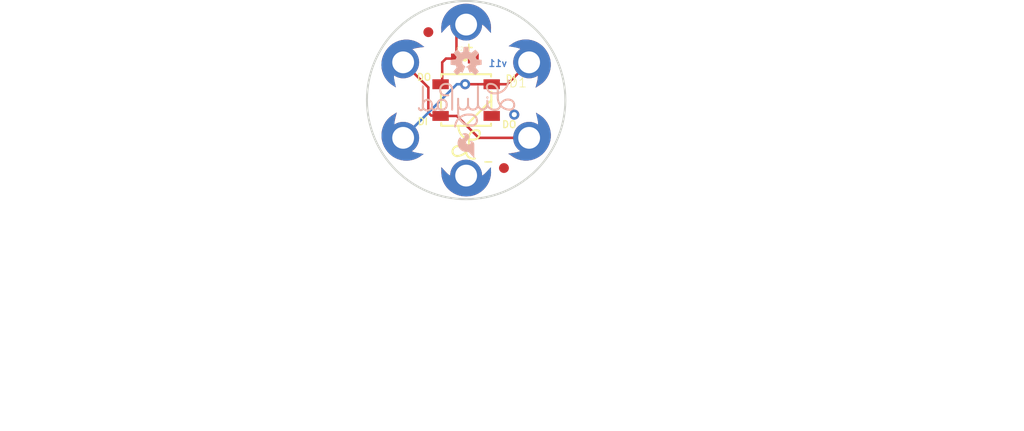
<source format=kicad_pcb>
(kicad_pcb (version 20211014) (generator pcbnew)
  (layers (0 "F.Cu" signal) (1 "In1.Cu" signal) (2 "In2.Cu" signal) (31 "B.Cu" signal) (34 "B.Paste" user) (35 "F.Paste" user) (36 "B.SilkS" user "B.Silkscreen") (37 "F.SilkS" user "F.Silkscreen") (38 "B.Mask" user) (39 "F.Mask" user) (44 "Edge.Cuts" user))
  (net 0 "")
  (net 1 "VCC")
  (net 2 "GND")
  (net 3 "DI1")
  (net 4 "DO1")
  (footprint "boardEagle:0603-CAP" (layer "F.Cu") (at 148.3741 100.8126)
    (fp_text reference "C2" (at -0.889 -0.762) (layer "F.SilkS") (effects (font (size 0.373888 0.373888) (thickness 0.032512)) (justify left bottom)))
    (fp_text value "0.1uF")
    (fp_line (start 0 -0.0305) (end 0 0.0305) (layer "F.SilkS") (width 0.5588))
    (pad "1" smd rect (at -0.85 0) (size 1.1 1) (layers "F.Cu" "F.Paste" "F.Mask") (net 1 "VCC"))
    (pad "2" smd rect (at 0.85 0) (size 1.1 1) (layers "F.Cu" "F.Paste" "F.Mask") (net 2 "GND"))
  )
  (footprint "boardEagle:FIDUCIAL-1X2" (layer "F.Cu") (at 152.3111 111.8616)
    (fp_text reference "FID2" hide)
    (fp_text value "FIDUCIAL1X2" hide)
    (pad "1" smd roundrect (at 0 0) (size 1 1) (layers "F.Cu" "F.Mask") (roundrect_rratio 0.5))
  )
  (footprint "boardEagle:LOGO-L" (layer "F.Cu") (at 148.5011 109.3216)
    (fp_text reference "U$8" hide)
    (fp_text value "LOGO-LPL" hide)
    (fp_line (start 0.2768 -0.5244) (end 0.2768 0.1256) (layer "F.SilkS") (width 0.2032))
    (fp_line (start 1.3768 -0.9744) (end 1.3768 -1.0244) (layer "F.SilkS") (width 0.2032))
    (fp_line (start 0.5268 -0.3244) (end 0.7268 -0.3244) (layer "F.SilkS") (width 0.2032))
    (fp_line (start 1.1268 -1.2744) (end 1.0268 -1.2744) (layer "F.SilkS") (width 0.2032))
    (fp_line (start -0.8232 0.3256) (end -0.7232 0.3256) (layer "F.SilkS") (width 0.2032))
    (fp_arc (start 1.1268 -1.2744) (mid 1.303577 -1.201177) (end 1.3768 -1.0244) (layer "F.SilkS") (width 0.2032))
    (fp_arc (start -0.7232 0.3256) (mid -0.19287 0.54527) (end 0.0268 1.0756) (layer "F.SilkS") (width 0.2032))
    (fp_arc (start -0.9232 1.3256) (mid -1.241398 1.193798) (end -1.3732 0.8756) (layer "F.SilkS") (width 0.2032))
    (fp_arc (start 0.2768 0.1256) (mid -0.074673 0.974128) (end -0.923201 1.325599) (layer "F.SilkS") (width 0.2032))
    (fp_arc (start -1.3732 0.8756) (mid -1.212109 0.486691) (end -0.8232 0.3256) (layer "F.SilkS") (width 0.2032))
    (fp_arc (start 0.8768 1.5756) (mid 0.348247 1.501641) (end 0.0268 1.0756) (layer "F.SilkS") (width 0.2032))
    (fp_arc (start 1.3768 -0.9744) (mid 1.186419 -0.514781) (end 0.7268 -0.3244) (layer "F.SilkS") (width 0.2032))
    (fp_arc (start 0.2768 -0.5244) (mid 0.49647 -1.05473) (end 1.0268 -1.2744) (layer "F.SilkS") (width 0.2032))
    (fp_arc (start 0.5268 -0.3244) (mid -0.392439 -0.705161) (end -0.7732 -1.6244) (layer "F.SilkS") (width 0.2032))
  )
  (footprint "boardEagle:WS2812B" (layer "F.Cu") (at 148.5011 105.0036)
    (fp_text reference "D1" (at 4.254 -1.2) (layer "F.SilkS") (effects (font (size 0.93472 0.93472) (thickness 0.08128)) (justify left bottom)))
    (fp_text value "WS2812B")
    (fp_line (start -2.509518 2.319021) (end -2.509518 2.5908) (layer "F.SilkS") (width 0.2032))
    (fp_line (start 2.512059 -2.611121) (end 2.512059 -2.379981) (layer "F.SilkS") (width 0.2032))
    (fp_line (start -2.458718 2.59334) (end 2.509518 2.59334) (layer "F.SilkS") (width 0.2032))
    (fp_line (start -2.4892 -2.616203) (end -2.4384 -2.616203) (layer "F.SilkS") (width 0.2032))
    (fp_line (start -2.4892 -2.362203) (end -2.4892 -2.616203) (layer "F.SilkS") (width 0.2032))
    (fp_line (start 2.54 0) (end 2.54 0.8636) (layer "F.SilkS") (width 0.2032))
    (fp_line (start -2.4384 -2.616203) (end -2.4384 -2.611121) (layer "F.SilkS") (width 0.2032))
    (fp_line (start -2.54 0.889) (end -2.54 -0.8128) (layer "F.SilkS") (width 0.2032))
    (fp_line (start -2.4384 -2.611121) (end 2.512059 -2.611121) (layer "F.SilkS") (width 0.2032))
    (fp_line (start -2.509518 2.5908) (end -2.458718 2.5908) (layer "F.SilkS") (width 0.2032))
    (fp_line (start -2.458718 2.5908) (end -2.458718 2.59334) (layer "F.SilkS") (width 0.2032))
    (fp_line (start 2.54 0) (end 0 2.54) (layer "F.SilkS") (width 0.2032))
    (fp_line (start 2.509518 2.59334) (end 2.509518 2.367281) (layer "F.SilkS") (width 0.2032))
    (fp_line (start 2.54 -0.8636) (end 2.54 0) (layer "F.SilkS") (width 0.2032))
    (pad "1" smd rect (at -2.577 -1.6) (size 1.651 1) (layers "F.Cu" "F.Paste" "F.Mask") (net 1 "VCC"))
    (pad "2" smd rect (at -2.577 1.6) (size 1.651 1) (layers "F.Cu" "F.Paste" "F.Mask") (net 4 "DO1"))
    (pad "3" smd rect (at 2.577 1.6) (size 1.651 1) (layers "F.Cu" "F.Paste" "F.Mask") (net 2 "GND"))
    (pad "4" smd rect (at 2.577 -1.6) (size 1.651 1) (layers "F.Cu" "F.Paste" "F.Mask") (net 3 "DI1"))
  )
  (footprint "boardEagle:FIDUCIAL-1X2" (layer "F.Cu") (at 144.6911 98.1456)
    (fp_text reference "FID1" hide)
    (fp_text value "FIDUCIAL1X2" hide)
    (pad "1" smd roundrect (at 0 0) (size 1 1) (layers "F.Cu" "F.Mask") (roundrect_rratio 0.5))
  )
  (footprint "boardEagle:PETAL-SMALL-2SIDE" (layer "F.Cu") (at 142.1511 108.8136 -57)
    (fp_text reference "JP6" hide)
    (fp_text value "SEWTAP6" hide)
    (fp_poly (pts (xy -1.854655 -0.173117) (xy -1.587233 0.02496) (xy -1.296131 0.192254) (xy -0.987629 0.324761) (xy -0.665876 0.420699) (xy -0.335186 0.478783) (xy -0.000001 0.49823) (xy 0.335185 0.478783) (xy 0.665875 0.4207) (xy 0.987628 0.324762) (xy 1.29613 0.192254) (xy 1.587231 0.024961) (xy 1.857026 -0.174874) (xy 2.101909 -0.404578) (xy 2.32514 -0.668824) (xy 2.493638 -0.837322) (xy 2.51214 -0.289809) (xy 2.481402 0.029121) (xy 2.409619 0.341384) (xy 2.298003 0.641723) (xy 2.148431 0.925078) (xy 1.963424 1.186677) (xy 1.746098 1.422114) (xy 1.500112 1.627423) (xy 1.22961 1.799149) (xy 0.939146 1.934398) (xy 0.633613 2.030893) (xy 0.318157 2.087007) (xy 0.002347 2.1016) (xy -0.002346 2.1016) (xy -0.318157 2.087008) (xy -0.633613 2.030893) (xy -0.939146 1.934399) (xy -1.22961 1.79915) (xy -1.500112 1.627424) (xy -1.746098 1.422115) (xy -1.963425 1.186678) (xy -2.148432 0.925079) (xy -2.298003 0.641724) (xy -2.409619 0.341385) (xy -2.481402 0.029122) (xy -2.512141 -0.289808) (xy -2.5016 -0.601715) (xy -2.5016 -0.854591)) (layer "F.Cu") (width 0) (fill solid))
    (fp_poly (pts (xy 2.5016 -0.601715) (xy 2.512141 -0.289808) (xy 2.481402 0.029122) (xy 2.409619 0.341385) (xy 2.298003 0.641724) (xy 2.148432 0.925079) (xy 1.963425 1.186678) (xy 1.746098 1.422115) (xy 1.500112 1.627424) (xy 1.22961 1.79915) (xy 0.939146 1.934399) (xy 0.633613 2.030893) (xy 0.318157 2.087008) (xy 0.002346 2.1016) (xy -0.002347 2.1016) (xy -0.318157 2.087007) (xy -0.633613 2.030893) (xy -0.939146 1.934398) (xy -1.22961 1.799149) (xy -1.500112 1.627423) (xy -1.746098 1.422114) (xy -1.963424 1.186677) (xy -2.148431 0.925078) (xy -2.298003 0.641723) (xy -2.409619 0.341384) (xy -2.482146 0.025885) (xy -2.50954 -0.853224) (xy -2.32514 -0.668824) (xy -2.101909 -0.404578) (xy -1.857026 -0.174874) (xy -1.587231 0.024961) (xy -1.29613 0.192254) (xy -0.987628 0.324762) (xy -0.665875 0.4207) (xy -0.335185 0.478783) (xy 0.000001 0.49823) (xy 0.335186 0.478783) (xy 0.665876 0.420699) (xy 0.987629 0.324761) (xy 1.296131 0.192254) (xy 1.587233 0.02496) (xy 1.854655 -0.173117) (xy 2.5016 -0.854591)) (layer "B.Cu") (width 0) (fill solid))
    (pad "1" thru_hole circle (at 0 0 33) (size 3.216 3.216) (drill 2.2) (layers *.Cu *.Mask) (net 3 "DI1"))
  )
  (footprint "boardEagle:PETAL-SMALL-2SIDE" (layer "F.Cu") (at 154.8511 108.8136 56)
    (fp_text reference "JP2" hide)
    (fp_text value "SEWTAP6" hide)
    (fp_poly (pts (xy -1.854655 -0.173117) (xy -1.587233 0.02496) (xy -1.296131 0.192254) (xy -0.987629 0.324761) (xy -0.665876 0.420699) (xy -0.335186 0.478783) (xy -0.000001 0.49823) (xy 0.335185 0.478783) (xy 0.665875 0.4207) (xy 0.987628 0.324762) (xy 1.29613 0.192254) (xy 1.587231 0.024961) (xy 1.857026 -0.174874) (xy 2.101909 -0.404578) (xy 2.32514 -0.668824) (xy 2.493638 -0.837322) (xy 2.51214 -0.289809) (xy 2.481402 0.029121) (xy 2.409619 0.341384) (xy 2.298003 0.641723) (xy 2.148431 0.925078) (xy 1.963424 1.186677) (xy 1.746098 1.422114) (xy 1.500112 1.627423) (xy 1.22961 1.799149) (xy 0.939146 1.934398) (xy 0.633613 2.030893) (xy 0.318157 2.087007) (xy 0.002347 2.1016) (xy -0.002346 2.1016) (xy -0.318157 2.087008) (xy -0.633613 2.030893) (xy -0.939146 1.934399) (xy -1.22961 1.79915) (xy -1.500112 1.627424) (xy -1.746098 1.422115) (xy -1.963425 1.186678) (xy -2.148432 0.925079) (xy -2.298003 0.641724) (xy -2.409619 0.341385) (xy -2.481402 0.029122) (xy -2.512141 -0.289808) (xy -2.5016 -0.601715) (xy -2.5016 -0.854591)) (layer "F.Cu") (width 0) (fill solid))
    (fp_poly (pts (xy 2.5016 -0.601715) (xy 2.512141 -0.289808) (xy 2.481402 0.029122) (xy 2.409619 0.341385) (xy 2.298003 0.641724) (xy 2.148432 0.925079) (xy 1.963425 1.186678) (xy 1.746098 1.422115) (xy 1.500112 1.627424) (xy 1.22961 1.79915) (xy 0.939146 1.934399) (xy 0.633613 2.030893) (xy 0.318157 2.087008) (xy 0.002346 2.1016) (xy -0.002347 2.1016) (xy -0.318157 2.087007) (xy -0.633613 2.030893) (xy -0.939146 1.934398) (xy -1.22961 1.799149) (xy -1.500112 1.627423) (xy -1.746098 1.422114) (xy -1.963424 1.186677) (xy -2.148431 0.925078) (xy -2.298003 0.641723) (xy -2.409619 0.341384) (xy -2.482146 0.025885) (xy -2.50954 -0.853224) (xy -2.32514 -0.668824) (xy -2.101909 -0.404578) (xy -1.857026 -0.174874) (xy -1.587231 0.024961) (xy -1.29613 0.192254) (xy -0.987628 0.324762) (xy -0.665875 0.4207) (xy -0.335185 0.478783) (xy 0.000001 0.49823) (xy 0.335186 0.478783) (xy 0.665876 0.420699) (xy 0.987629 0.324761) (xy 1.296131 0.192254) (xy 1.587233 0.02496) (xy 1.854655 -0.173117) (xy 2.5016 -0.854591)) (layer "B.Cu") (width 0) (fill solid))
    (pad "1" thru_hole circle (at 0 0 146) (size 3.216 3.216) (drill 2.2) (layers *.Cu *.Mask) (net 4 "DO1"))
  )
  (footprint "boardEagle:PETAL-SMALL-2SIDE" (layer "F.Cu") (at 142.1511 101.1936 -125)
    (fp_text reference "JP1" hide)
    (fp_text value "SEWTAP6" hide)
    (fp_poly (pts (xy -1.854655 -0.173117) (xy -1.587233 0.02496) (xy -1.296131 0.192254) (xy -0.987629 0.324761) (xy -0.665876 0.420699) (xy -0.335186 0.478783) (xy -0.000001 0.49823) (xy 0.335185 0.478783) (xy 0.665875 0.4207) (xy 0.987628 0.324762) (xy 1.29613 0.192254) (xy 1.587231 0.024961) (xy 1.857026 -0.174874) (xy 2.101909 -0.404578) (xy 2.32514 -0.668824) (xy 2.493638 -0.837322) (xy 2.51214 -0.289809) (xy 2.481402 0.029121) (xy 2.409619 0.341384) (xy 2.298003 0.641723) (xy 2.148431 0.925078) (xy 1.963424 1.186677) (xy 1.746098 1.422114) (xy 1.500112 1.627423) (xy 1.22961 1.799149) (xy 0.939146 1.934398) (xy 0.633613 2.030893) (xy 0.318157 2.087007) (xy 0.002347 2.1016) (xy -0.002346 2.1016) (xy -0.318157 2.087008) (xy -0.633613 2.030893) (xy -0.939146 1.934399) (xy -1.22961 1.79915) (xy -1.500112 1.627424) (xy -1.746098 1.422115) (xy -1.963425 1.186678) (xy -2.148432 0.925079) (xy -2.298003 0.641724) (xy -2.409619 0.341385) (xy -2.481402 0.029122) (xy -2.512141 -0.289808) (xy -2.5016 -0.601715) (xy -2.5016 -0.854591)) (layer "F.Cu") (width 0) (fill solid))
    (fp_poly (pts (xy 2.5016 -0.601715) (xy 2.512141 -0.289808) (xy 2.481402 0.029122) (xy 2.409619 0.341385) (xy 2.298003 0.641724) (xy 2.148432 0.925079) (xy 1.963425 1.186678) (xy 1.746098 1.422115) (xy 1.500112 1.627424) (xy 1.22961 1.79915) (xy 0.939146 1.934399) (xy 0.633613 2.030893) (xy 0.318157 2.087008) (xy 0.002346 2.1016) (xy -0.002347 2.1016) (xy -0.318157 2.087007) (xy -0.633613 2.030893) (xy -0.939146 1.934398) (xy -1.22961 1.799149) (xy -1.500112 1.627423) (xy -1.746098 1.422114) (xy -1.963424 1.186677) (xy -2.148431 0.925078) (xy -2.298003 0.641723) (xy -2.409619 0.341384) (xy -2.482146 0.025885) (xy -2.50954 -0.853224) (xy -2.32514 -0.668824) (xy -2.101909 -0.404578) (xy -1.857026 -0.174874) (xy -1.587231 0.024961) (xy -1.29613 0.192254) (xy -0.987628 0.324762) (xy -0.665875 0.4207) (xy -0.335185 0.478783) (xy 0.000001 0.49823) (xy 0.335186 0.478783) (xy 0.665876 0.420699) (xy 0.987629 0.324761) (xy 1.296131 0.192254) (xy 1.587233 0.02496) (xy 1.854655 -0.173117) (xy 2.5016 -0.854591)) (layer "B.Cu") (width 0) (fill solid))
    (pad "1" thru_hole circle (at 0 0 325) (size 3.216 3.216) (drill 2.2) (layers *.Cu *.Mask) (net 4 "DO1"))
  )
  (footprint "boardEagle:PETAL-SMALL-2SIDE" (layer "F.Cu") (at 154.8511 101.1936 123)
    (fp_text reference "JP5" hide)
    (fp_text value "SEWTAP6" hide)
    (fp_poly (pts (xy -1.854655 -0.173117) (xy -1.587233 0.02496) (xy -1.296131 0.192254) (xy -0.987629 0.324761) (xy -0.665876 0.420699) (xy -0.335186 0.478783) (xy -0.000001 0.49823) (xy 0.335185 0.478783) (xy 0.665875 0.4207) (xy 0.987628 0.324762) (xy 1.29613 0.192254) (xy 1.587231 0.024961) (xy 1.857026 -0.174874) (xy 2.101909 -0.404578) (xy 2.32514 -0.668824) (xy 2.493638 -0.837322) (xy 2.51214 -0.289809) (xy 2.481402 0.029121) (xy 2.409619 0.341384) (xy 2.298003 0.641723) (xy 2.148431 0.925078) (xy 1.963424 1.186677) (xy 1.746098 1.422114) (xy 1.500112 1.627423) (xy 1.22961 1.799149) (xy 0.939146 1.934398) (xy 0.633613 2.030893) (xy 0.318157 2.087007) (xy 0.002347 2.1016) (xy -0.002346 2.1016) (xy -0.318157 2.087008) (xy -0.633613 2.030893) (xy -0.939146 1.934399) (xy -1.22961 1.79915) (xy -1.500112 1.627424) (xy -1.746098 1.422115) (xy -1.963425 1.186678) (xy -2.148432 0.925079) (xy -2.298003 0.641724) (xy -2.409619 0.341385) (xy -2.481402 0.029122) (xy -2.512141 -0.289808) (xy -2.5016 -0.601715) (xy -2.5016 -0.854591)) (layer "F.Cu") (width 0) (fill solid))
    (fp_poly (pts (xy 2.5016 -0.601715) (xy 2.512141 -0.289808) (xy 2.481402 0.029122) (xy 2.409619 0.341385) (xy 2.298003 0.641724) (xy 2.148432 0.925079) (xy 1.963425 1.186678) (xy 1.746098 1.422115) (xy 1.500112 1.627424) (xy 1.22961 1.79915) (xy 0.939146 1.934399) (xy 0.633613 2.030893) (xy 0.318157 2.087008) (xy 0.002346 2.1016) (xy -0.002347 2.1016) (xy -0.318157 2.087007) (xy -0.633613 2.030893) (xy -0.939146 1.934398) (xy -1.22961 1.799149) (xy -1.500112 1.627423) (xy -1.746098 1.422114) (xy -1.963424 1.186677) (xy -2.148431 0.925078) (xy -2.298003 0.641723) (xy -2.409619 0.341384) (xy -2.482146 0.025885) (xy -2.50954 -0.853224) (xy -2.32514 -0.668824) (xy -2.101909 -0.404578) (xy -1.857026 -0.174874) (xy -1.587231 0.024961) (xy -1.29613 0.192254) (xy -0.987628 0.324762) (xy -0.665875 0.4207) (xy -0.335185 0.478783) (xy 0.000001 0.49823) (xy 0.335186 0.478783) (xy 0.665876 0.420699) (xy 0.987629 0.324761) (xy 1.296131 0.192254) (xy 1.587233 0.02496) (xy 1.854655 -0.173117) (xy 2.5016 -0.854591)) (layer "B.Cu") (width 0) (fill solid))
    (pad "1" thru_hole circle (at 0 0 213) (size 3.216 3.216) (drill 2.2) (layers *.Cu *.Mask) (net 3 "DI1"))
  )
  (footprint "boardEagle:PETAL-SMALL-2SIDE" (layer "F.Cu") (at 148.5011 97.3836 180)
    (fp_text reference "JP4" hide)
    (fp_text value "SEWTAP6" hide)
    (fp_poly (pts (xy -1.854655 -0.173117) (xy -1.587233 0.02496) (xy -1.296131 0.192254) (xy -0.987629 0.324761) (xy -0.665876 0.420699) (xy -0.335186 0.478783) (xy -0.000001 0.49823) (xy 0.335185 0.478783) (xy 0.665875 0.4207) (xy 0.987628 0.324762) (xy 1.29613 0.192254) (xy 1.587231 0.024961) (xy 1.857026 -0.174874) (xy 2.101909 -0.404578) (xy 2.32514 -0.668824) (xy 2.493638 -0.837322) (xy 2.51214 -0.289809) (xy 2.481402 0.029121) (xy 2.409619 0.341384) (xy 2.298003 0.641723) (xy 2.148431 0.925078) (xy 1.963424 1.186677) (xy 1.746098 1.422114) (xy 1.500112 1.627423) (xy 1.22961 1.799149) (xy 0.939146 1.934398) (xy 0.633613 2.030893) (xy 0.318157 2.087007) (xy 0.002347 2.1016) (xy -0.002346 2.1016) (xy -0.318157 2.087008) (xy -0.633613 2.030893) (xy -0.939146 1.934399) (xy -1.22961 1.79915) (xy -1.500112 1.627424) (xy -1.746098 1.422115) (xy -1.963425 1.186678) (xy -2.148432 0.925079) (xy -2.298003 0.641724) (xy -2.409619 0.341385) (xy -2.481402 0.029122) (xy -2.512141 -0.289808) (xy -2.5016 -0.601715) (xy -2.5016 -0.854591)) (layer "F.Cu") (width 0) (fill solid))
    (fp_poly (pts (xy 2.5016 -0.601715) (xy 2.512141 -0.289808) (xy 2.481402 0.029122) (xy 2.409619 0.341385) (xy 2.298003 0.641724) (xy 2.148432 0.925079) (xy 1.963425 1.186678) (xy 1.746098 1.422115) (xy 1.500112 1.627424) (xy 1.22961 1.79915) (xy 0.939146 1.934399) (xy 0.633613 2.030893) (xy 0.318157 2.087008) (xy 0.002346 2.1016) (xy -0.002347 2.1016) (xy -0.318157 2.087007) (xy -0.633613 2.030893) (xy -0.939146 1.934398) (xy -1.22961 1.799149) (xy -1.500112 1.627423) (xy -1.746098 1.422114) (xy -1.963424 1.186677) (xy -2.148431 0.925078) (xy -2.298003 0.641723) (xy -2.409619 0.341384) (xy -2.482146 0.025885) (xy -2.50954 -0.853224) (xy -2.32514 -0.668824) (xy -2.101909 -0.404578) (xy -1.857026 -0.174874) (xy -1.587231 0.024961) (xy -1.29613 0.192254) (xy -0.987628 0.324762) (xy -0.665875 0.4207) (xy -0.335185 0.478783) (xy 0.000001 0.49823) (xy 0.335186 0.478783) (xy 0.665876 0.420699) (xy 0.987629 0.324761) (xy 1.296131 0.192254) (xy 1.587233 0.02496) (xy 1.854655 -0.173117) (xy 2.5016 -0.854591)) (layer "B.Cu") (width 0) (fill solid))
    (pad "1" thru_hole circle (at 0 0 270) (size 3.216 3.216) (drill 2.2) (layers *.Cu *.Mask) (net 1 "VCC"))
  )
  (footprint "boardEagle:CREATIVE_COMMONS" (layer "F.Cu") (at 121.8311 130.4036)
    (fp_text reference "FRAME1" hide)
    (fp_text value "FRAME-LETTER" hide)
  )
  (footprint "boardEagle:PETAL-SMALL-2SIDE" (layer "F.Cu") (at 148.5011 112.6236)
    (fp_text reference "JP3" hide)
    (fp_text value "SEWTAP6" hide)
    (fp_poly (pts (xy -1.854655 -0.173117) (xy -1.587233 0.02496) (xy -1.296131 0.192254) (xy -0.987629 0.324761) (xy -0.665876 0.420699) (xy -0.335186 0.478783) (xy -0.000001 0.49823) (xy 0.335185 0.478783) (xy 0.665875 0.4207) (xy 0.987628 0.324762) (xy 1.29613 0.192254) (xy 1.587231 0.024961) (xy 1.857026 -0.174874) (xy 2.101909 -0.404578) (xy 2.32514 -0.668824) (xy 2.493638 -0.837322) (xy 2.51214 -0.289809) (xy 2.481402 0.029121) (xy 2.409619 0.341384) (xy 2.298003 0.641723) (xy 2.148431 0.925078) (xy 1.963424 1.186677) (xy 1.746098 1.422114) (xy 1.500112 1.627423) (xy 1.22961 1.799149) (xy 0.939146 1.934398) (xy 0.633613 2.030893) (xy 0.318157 2.087007) (xy 0.002347 2.1016) (xy -0.002346 2.1016) (xy -0.318157 2.087008) (xy -0.633613 2.030893) (xy -0.939146 1.934399) (xy -1.22961 1.79915) (xy -1.500112 1.627424) (xy -1.746098 1.422115) (xy -1.963425 1.186678) (xy -2.148432 0.925079) (xy -2.298003 0.641724) (xy -2.409619 0.341385) (xy -2.481402 0.029122) (xy -2.512141 -0.289808) (xy -2.5016 -0.601715) (xy -2.5016 -0.854591)) (layer "F.Cu") (width 0) (fill solid))
    (fp_poly (pts (xy 2.5016 -0.601715) (xy 2.512141 -0.289808) (xy 2.481402 0.029122) (xy 2.409619 0.341385) (xy 2.298003 0.641724) (xy 2.148432 0.925079) (xy 1.963425 1.186678) (xy 1.746098 1.422115) (xy 1.500112 1.627424) (xy 1.22961 1.79915) (xy 0.939146 1.934399) (xy 0.633613 2.030893) (xy 0.318157 2.087008) (xy 0.002346 2.1016) (xy -0.002347 2.1016) (xy -0.318157 2.087007) (xy -0.633613 2.030893) (xy -0.939146 1.934398) (xy -1.22961 1.799149) (xy -1.500112 1.627423) (xy -1.746098 1.422114) (xy -1.963424 1.186677) (xy -2.148431 0.925078) (xy -2.298003 0.641723) (xy -2.409619 0.341384) (xy -2.482146 0.025885) (xy -2.50954 -0.853224) (xy -2.32514 -0.668824) (xy -2.101909 -0.404578) (xy -1.857026 -0.174874) (xy -1.587231 0.024961) (xy -1.29613 0.192254) (xy -0.987628 0.324762) (xy -0.665875 0.4207) (xy -0.335185 0.478783) (xy 0.000001 0.49823) (xy 0.335186 0.478783) (xy 0.665876 0.420699) (xy 0.987629 0.324761) (xy 1.296131 0.192254) (xy 1.587233 0.02496) (xy 1.854655 -0.173117) (xy 2.5016 -0.854591)) (layer "B.Cu") (width 0) (fill solid))
    (pad "1" thru_hole circle (at 0 0 90) (size 3.216 3.216) (drill 2.2) (layers *.Cu *.Mask) (net 2 "GND"))
  )
  (footprint "boardEagle:OSHW-LOGO-S" (layer "B.Cu") (at 148.5011 101.1936 180)
    (fp_text reference "LOGO1" hide)
    (fp_text value "OSHW-LOGOS" hide)
    (fp_poly (pts (xy 0.301647 1.061351) (xy 0.42347 1.022344) (xy 0.537177 0.963769) (xy 0.92862 1.282946) (xy 1.282946 0.92862) (xy 0.961035 0.533823) (xy 1.057046 0.302084) (xy 1.5638 0.250561) (xy 1.5638 -0.250561) (xy 1.057046 -0.302084) (xy 0.961035 -0.533823) (xy 1.282946 -0.92862) (xy 0.92862 -1.282946) (xy 0.537177 -0.96377) (xy 0.356601 -1.056794) (xy 0.088679 -0.410073) (xy 0.326262 -0.2176) (xy 0.373649 -0.121468) (xy 0.392729 -0.010339) (xy 0.379464 0.101634) (xy 0.334947 0.205229) (xy 0.262842 0.291918) (xy 0.169087 0.354561) (xy 0.061406 0.387999) (xy -0.051342 0.38948) (xy -0.159868 0.358881) (xy -0.255234 0.298724) (xy -0.329589 0.213962) (xy -0.376813 0.111569) (xy -0.392176 0.005767) (xy -0.322923 -0.222565) (xy -0.249312 -0.303773) (xy 0.091677 -0.5081) (xy -0.12929 -0.5081) (xy -0.355332 -1.053732) (xy -0.506597 -0.983577) (xy -0.538922 -0.965192) (xy -0.92862 -1.282946) (xy -1.282946 -0.92862) (xy -0.961035 -0.533823) (xy -1.057046 -0.302084) (xy -1.5638 -0.250561) (xy -1.5638 0.250561) (xy -1.057046 0.302084) (xy -0.961035 0.533823) (xy -1.282946 0.92862) (xy -0.92862 1.282946) (xy -0.533823 0.961035) (xy -0.302084 1.057046) (xy -0.250561 1.5638) (xy 0.250561 1.5638)) (layer "B.SilkS") (width 0) (fill solid))
  )
  (footprint "boardEagle:SFE_LOGO_FLAME_.1" (layer "B.Cu") (at 149.6441 111.2266 180)
    (fp_text reference "LOGO2" hide)
    (fp_text value "SFE_LOGO_FLAME.1_INCH" hide)
    (fp_poly (pts (xy 1.4 2.87) (xy 1.54 2.8) (xy 1.58 2.77) (xy 1.59 2.76) (xy 1.58 2.76) (xy 1.56 2.77) (xy 1.5 2.77) (xy 1.46 2.76) (xy 1.41 2.75) (xy 1.37 2.73) (xy 1.33 2.7) (xy 1.31 2.67) (xy 1.3 2.65) (xy 1.29 2.62) (xy 1.29 2.56) (xy 1.3 2.52) (xy 1.34 2.46) (xy 1.4 2.4) (xy 1.44 2.37) (xy 1.47 2.35) (xy 1.51 2.33) (xy 1.59 2.31) (xy 1.62 2.31) (xy 1.65 2.32) (xy 1.68 2.35) (xy 1.69 2.37) (xy 1.7 2.4) (xy 1.7 2.49) (xy 1.78 2.44) (xy 1.86 2.35) (xy 1.93 2.24) (xy 1.98 2.09) (xy 2.01 1.93) (xy 2 1.76) (xy 1.95 1.57) (xy 1.85 1.39) (xy 1.78 1.3) (xy 1.7 1.22) (xy 1.62 1.15) (xy 1.52 1.09) (xy 1.42 1.05) (xy 1.31 1.02) (xy 1.19 1) (xy 1 1) (xy 0.94 0.99) (xy 0.84 0.93) (xy 0.74 0.83) (xy 0.62 0.69) (xy 0.5 0.57) (xy 0.45 0.51) (xy 0.4 0.46) (xy 0.37 0.41) (xy 0.32 0.36) (xy 0.32 1.73) (xy 0.33 1.81) (xy 0.35 1.88) (xy 0.41 1.98) (xy 0.46 2.02) (xy 0.5 2.05) (xy 0.55 2.07) (xy 0.6 2.08) (xy 0.66 2.09) (xy 0.78 2.09) (xy 0.82 2.07) (xy 0.81 2.06) (xy 0.77 2.04) (xy 0.74 2.03) (xy 0.68 1.97) (xy 0.67 1.94) (xy 0.67 1.9) (xy 0.68 1.87) (xy 0.7 1.84) (xy 0.76 1.78) (xy 0.81 1.76) (xy 0.86 1.75) (xy 0.94 1.75) (xy 1.02 1.77) (xy 1.08 1.81) (xy 1.12 1.86) (xy 1.14 1.92) (xy 1.14 1.99) (xy 1.11 2.07) (xy 1.04 2.14) (xy 0.96 2.23) (xy 0.89 2.31) (xy 0.84 2.4) (xy 0.82 2.49) (xy 0.82 2.57) (xy 0.85 2.66) (xy 0.9 2.74) (xy 0.99 2.81) (xy 1.1 2.87) (xy 1.21 2.89) (xy 1.31 2.89)) (layer "B.SilkS") (width 0) (fill solid))
  )
  (footprint "boardEagle:LOGO-LILYPAD" (layer "B.Cu") (at 148.5011 105.0036 180)
    (fp_text reference "U$1" hide)
    (fp_text value "LOGO-LPLP" hide)
    (fp_line (start 2.56 -0.965) (end 2.36 -0.965) (layer "B.SilkS") (width 0.2032))
    (fp_line (start -2.94 0.685) (end -2.79 0.685) (layer "B.SilkS") (width 0.2032))
    (fp_line (start -0.59 -2.565) (end -0.49 -2.565) (layer "B.SilkS") (width 0.2032))
    (fp_line (start 2.11 0.485) (end 1.81 0.485) (layer "B.SilkS") (width 0.2032))
    (fp_line (start -0.49 -1.465) (end -0.29 -1.465) (layer "B.SilkS") (width 0.2032))
    (fp_line (start -2.49 1.635) (end -2.39 1.635) (layer "B.SilkS") (width 0.2032))
    (fp_line (start 4.36 -0.715) (end 4.36 -0.815) (layer "B.SilkS") (width 0.2032))
    (fp_line (start 3.46 -0.765) (end 3.46 -0.715) (layer "B.SilkS") (width 0.2032))
    (fp_line (start 2.61 1.135) (end 2.61 0.935) (layer "B.SilkS") (width 0.2032))
    (fp_line (start 0.81 -0.465) (end 0.81 0.135) (layer "B.SilkS") (width 0.2032))
    (fp_line (start 2.36 0.035) (end 2.46 0.035) (layer "B.SilkS") (width 0.2032))
    (fp_line (start 4.36 -0.615) (end 4.36 1.385) (layer "B.SilkS") (width 0.2032))
    (fp_line (start -1.19 -0.265) (end -1.19 1.385) (layer "B.SilkS") (width 0.2032))
    (fp_line (start -3.19 0.235) (end -3.19 0.935) (layer "B.SilkS") (width 0.2032))
    (fp_line (start 3.46 -0.715) (end 3.46 -0.465) (layer "B.SilkS") (width 0.2032))
    (fp_line (start -2.14 0.235) (end -2.14 0.285) (layer "B.SilkS") (width 0.2032))
    (fp_line (start -1.19 -0.465) (end -1.19 -0.415) (layer "B.SilkS") (width 0.2032))
    (fp_line (start -0.19 -0.465) (end -0.19 0.135) (layer "B.SilkS") (width 0.2032))
    (fp_line (start -2.14 -0.365) (end -2.14 -0.065) (layer "B.SilkS") (width 0.2032))
    (fp_line (start 0.81 -1.265) (end 0.81 -0.465) (layer "B.SilkS") (width 0.2032))
    (fp_line (start 2.86 -0.365) (end 2.86 -0.565) (layer "B.SilkS") (width 0.2032))
    (fp_line (start 1.41 -0.965) (end 1.41 1.135) (layer "B.SilkS") (width 0.2032))
    (fp_line (start -2.14 -0.365) (end -2.14 -0.515) (layer "B.SilkS") (width 0.2032))
    (fp_arc (start 3.91 0.035) (mid 3.581447 -0.121802) (end 3.46 -0.465) (layer "B.SilkS") (width 0.2032))
    (fp_arc (start 2.01 1.635) (mid 1.606447 1.509264) (end 1.41 1.135) (layer "B.SilkS") (width 0.2032))
    (fp_arc (start 3.46 -0.715) (mid 3.697868 -0.989264) (end 4.06 -1.015) (layer "B.SilkS") (width 0.2032))
    (fp_arc (start 4.36 -0.815) (mid 4.418579 -0.956421) (end 4.56 -1.015) (layer "B.SilkS") (width 0.2032))
    (fp_arc (start -3.190001 -0.914999) (mid -2.582158 -0.932462) (end -2.14 -0.515) (layer "B.SilkS") (width 0.2032))
    (fp_arc (start -4.24 1.985) (mid -3.859239 1.065761) (end -2.94 0.685) (layer "B.SilkS") (width 0.2032))
    (fp_arc (start 2.36 0.035) (mid 2.056447 -0.132157) (end 1.96 -0.465) (layer "B.SilkS") (width 0.2032))
    (fp_arc (start -4.84 -0.565) (mid -4.697843 -0.858198) (end -4.39 -0.965) (layer "B.SilkS") (width 0.2032))
    (fp_arc (start 4.36 -0.515) (mid 4.248909 -0.146802) (end 3.91 0.035) (layer "B.SilkS") (width 0.2032))
    (fp_arc (start -0.19 -0.465) (mid -0.043553 -0.818553) (end 0.31 -0.965) (layer "B.SilkS") (width 0.2032))
    (fp_arc (start -1.19 -0.415) (mid -1.187119 -0.34) (end -1.19 -0.265) (layer "B.SilkS") (width 0.2032))
    (fp_arc (start -4.39 0.035) (mid -4.739264 -0.171802) (end -4.84 -0.565) (layer "B.SilkS") (width 0.2032))
    (fp_arc (start -0.489999 -1.464999) (mid -0.914264 -1.640735) (end -1.09 -2.065) (layer "B.SilkS") (width 0.2032))
    (fp_arc (start -1.690001 -0.965) (mid -1.338239 -0.782511) (end -1.19 -0.415) (layer "B.SilkS") (width 0.2032))
    (fp_arc (start -1.19 -0.465) (mid -1.043553 -0.818553) (end -0.69 -0.965) (layer "B.SilkS") (width 0.2032))
    (fp_arc (start 3.11 -0.965) (mid 3.326421 -0.937487) (end 3.46 -0.765) (layer "B.SilkS") (width 0.2032))
    (fp_arc (start -2.09 1.335) (mid -2.177868 1.547132) (end -2.39 1.635) (layer "B.SilkS") (width 0.2032))
    (fp_arc (start 2.56 -0.965) (mid 2.792843 -0.827132) (end 2.86 -0.565) (layer "B.SilkS") (width 0.2032))
    (fp_arc (start -0.49 -2.565) (mid 0.429239 -2.184239) (end 0.81 -1.265) (layer "B.SilkS") (width 0.2032))
    (fp_arc (start 2.86 -0.365) (mid 2.742843 -0.082157) (end 2.46 0.035) (layer "B.SilkS") (width 0.2032))
    (fp_arc (start 1.959999 -0.464999) (mid 2.056446 -0.797842) (end 2.36 -0.965) (layer "B.SilkS") (width 0.2032))
    (fp_arc (start 0.31 -0.965) (mid 0.663553 -0.818553) (end 0.81 -0.465) (layer "B.SilkS") (width 0.2032))
    (fp_arc (start 2.609999 1.134999) (mid 2.413529 1.509234) (end 2.01 1.635) (layer "B.SilkS") (width 0.2032))
    (fp_arc (start -2.79 0.685) (mid -2.305381 0.865025) (end -2.09 1.335) (layer "B.SilkS") (width 0.2032))
    (fp_arc (start -3.44 -0.565) (mid -3.222842 -0.889264) (end -2.839999 -0.964999) (layer "B.SilkS") (width 0.2032))
    (fp_arc (start -2.49 1.635) (mid -2.984975 1.429975) (end -3.19 0.935) (layer "B.SilkS") (width 0.2032))
    (fp_arc (start 1.11 -2.665) (mid 0.658528 -1.775051) (end -0.29 -1.465) (layer "B.SilkS") (width 0.2032))
    (fp_arc (start -2.14 -0.365) (mid -2.039264 -0.758198) (end -1.69 -0.965) (layer "B.SilkS") (width 0.2032))
    (fp_arc (start 2.109999 0.484999) (mid 2.453171 0.606475) (end 2.61 0.935) (layer "B.SilkS") (width 0.2032))
    (fp_arc (start 2.86 -0.565) (mid 2.902157 -0.816777) (end 3.11 -0.965) (layer "B.SilkS") (width 0.2032))
    (fp_arc (start 4.059999 -1.015) (mid 4.251547 -0.906548) (end 4.36 -0.715) (layer "B.SilkS") (width 0.2032))
    (fp_arc (start 4.56 -1.015) (mid 4.701421 -0.956421) (end 4.76 -0.815) (layer "B.SilkS") (width 0.2032))
    (fp_arc (start -4.39 -0.965) (mid -3.541472 -0.613528) (end -3.19 0.235) (layer "B.SilkS") (width 0.2032))
    (fp_arc (start 4.36 -0.715) (mid 4.372311 -0.615) (end 4.36 -0.515) (layer "B.SilkS") (width 0.2032))
    (fp_arc (start -0.69 -0.965) (mid -0.336447 -0.818553) (end -0.19 -0.465) (layer "B.SilkS") (width 0.2032))
    (fp_arc (start -1.09 -2.065) (mid -0.943553 -2.418553) (end -0.59 -2.565) (layer "B.SilkS") (width 0.2032))
    (fp_arc (start -3.44 -0.565) (mid -3.790736 -0.068249) (end -4.39 0.035) (layer "B.SilkS") (width 0.2032))
  )
  (gr_circle (center 148.5011 105.0036) (end 158.5011 105.0036) (layer "Edge.Cuts") (width 0.2032) (fill none))
  (gr_text "v11" (at 152.6921 101.7016) (layer "B.Cu") (effects (font (size 0.69088 0.69088) (thickness 0.12192)) (justify left bottom mirror)))
  (gr_text "DO" (at 145.0467 102.2858) (layer "F.SilkS") (effects (font (size 0.69088 0.69088) (thickness 0.12192)) (justify right top)))
  (gr_text "+" (at 148.135338 100.1395) (layer "F.SilkS") (effects (font (size 0.8636 0.8636) (thickness 0.1524)) (justify left bottom)))
  (gr_text "DI" (at 144.7292 106.763821) (layer "F.SilkS") (effects (font (size 0.69088 0.69088) (thickness 0.12192)) (justify right top)))
  (gr_text "-" (at 150.1013 111.6838) (layer "F.SilkS") (effects (font (size 0.8636 0.8636) (thickness 0.1524)) (justify left bottom)))
  (gr_text "DO" (at 153.6319 107.058462) (layer "F.SilkS") (effects (font (size 0.69088 0.69088) (thickness 0.12192)) (justify right top)))
  (gr_text "DI" (at 152.4127 103.251) (layer "F.SilkS") (effects (font (size 0.69088 0.69088) (thickness 0.12192)) (justify left bottom)))
  (segment (start 147.5359 100.8244) (end 147.5241 100.8126) (width 0.254) (layer "F.Cu") (net 1))
  (segment (start 146.0879 101.1938) (end 146.4691 100.8126) (width 0.254) (layer "F.Cu") (net 1))
  (segment (start 146.4691 100.8126) (end 147.5241 100.8126) (width 0.254) (layer "F.Cu") (net 1))
  (segment (start 147.5241 100.8126) (end 147.5241 98.3606) (width 0.254) (layer "F.Cu") (net 1))
  (segment (start 147.5241 98.3606) (end 148.5011 97.3836) (width 0.254) (layer "F.Cu") (net 1))
  (segment (start 145.9241 103.4036) (end 146.0879 103.4036) (width 0.254) (layer "F.Cu") (net 1))
  (segment (start 146.0879 103.4036) (end 146.0879 101.1938) (width 0.254) (layer "F.Cu") (net 1))
  (via (at 153.3525 106.469178) (size 1.016) (drill 0.508) (layers "F.Cu" "B.Cu") (net 2))
  (segment (start 151.0779 103.4034) (end 151.0781 103.4036) (width 0.254) (layer "F.Cu") (net 3))
  (segment (start 154.8511 101.1936) (end 152.6411 103.4036) (width 0.254) (layer "F.Cu") (net 3))
  (segment (start 148.3995 103.4034) (end 151.0779 103.4034) (width 0.254) (layer "F.Cu") (net 3))
  (segment (start 152.6411 103.4036) (end 151.0781 103.4036) (width 0.254) (layer "F.Cu") (net 3))
  (via (at 148.3995 103.4034) (size 1.016) (drill 0.508) (layers "F.Cu" "B.Cu") (net 3))
  (segment (start 147.5613 103.4034) (end 148.3995 103.4034) (width 0.254) (layer "B.Cu") (net 3))
  (segment (start 142.1511 108.8136) (end 147.5613 103.4034) (width 0.254) (layer "B.Cu") (net 3))
  (segment (start 144.9841 106.5666) (end 144.6911 106.2736) (width 0.254) (layer "F.Cu") (net 4))
  (segment (start 146.0511 106.6036) (end 146.0881 106.5666) (width 0.254) (layer "F.Cu") (net 4))
  (segment (start 144.6911 106.2736) (end 144.6911 103.7336) (width 0.254) (layer "F.Cu") (net 4))
  (segment (start 146.0881 106.5666) (end 144.9841 106.5666) (width 0.254) (layer "F.Cu") (net 4))
  (segment (start 149.7711 108.8136) (end 154.8511 108.8136) (width 0.254) (layer "F.Cu") (net 4))
  (segment (start 147.5611 106.6036) (end 145.9241 106.6036) (width 0.254) (layer "F.Cu") (net 4))
  (segment (start 147.5611 106.6036) (end 149.7711 108.8136) (width 0.254) (layer "F.Cu") (net 4))
  (segment (start 144.6911 103.7336) (end 142.1511 101.1936) (width 0.254) (layer "F.Cu") (net 4))
  (segment (start 145.9241 106.6036) (end 146.0511 106.6036) (width 0.254) (layer "F.Cu") (net 4))
)
</source>
